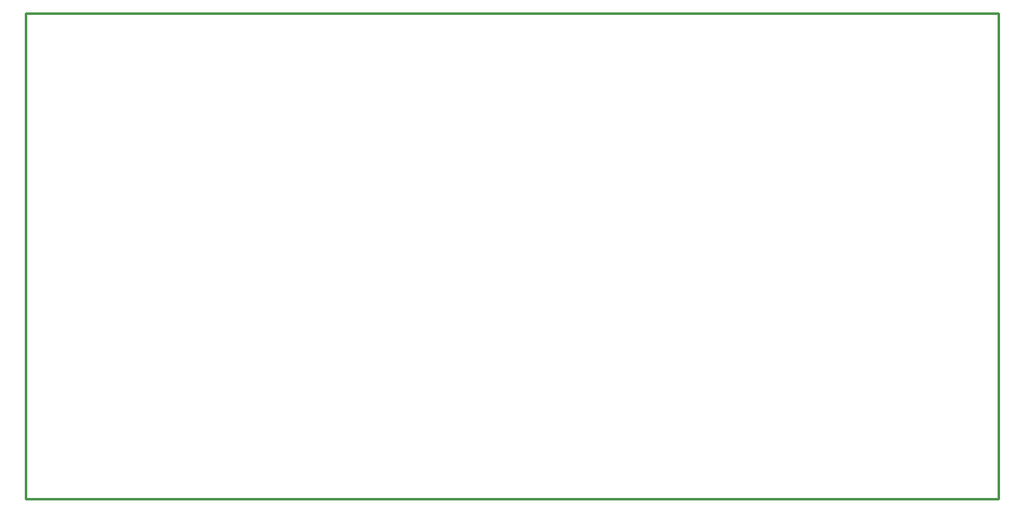
<source format=gm1>
G04*
G04 #@! TF.GenerationSoftware,Altium Limited,Altium Designer,19.1.9 (167)*
G04*
G04 Layer_Color=16711935*
%FSLAX25Y25*%
%MOIN*%
G70*
G01*
G75*
%ADD14C,0.01000*%
D14*
X500Y196300D02*
X500Y399D01*
X393201Y399D01*
Y196300D01*
X500Y196300D02*
X393201Y196300D01*
M02*

</source>
